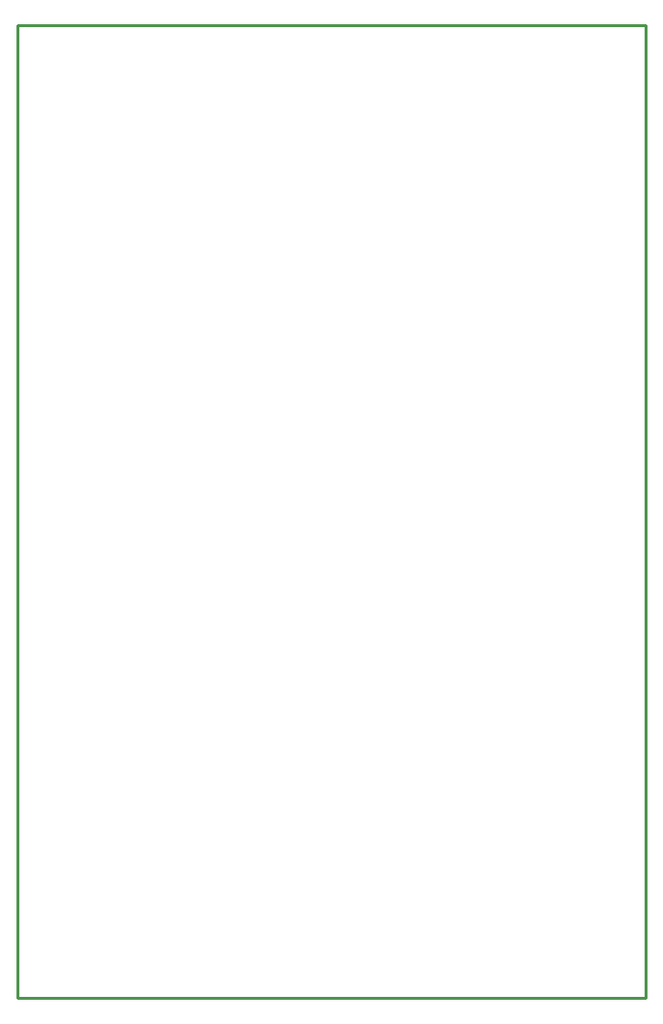
<source format=gbr>
%TF.GenerationSoftware,KiCad,Pcbnew,5.1.7-a382d34a8~87~ubuntu16.04.1*%
%TF.CreationDate,2020-11-12T13:34:28+07:00*%
%TF.ProjectId,sama5d27_som1_ek-sharp_ls0xx_lcd-adapter,73616d61-3564-4323-975f-736f6d315f65,rev?*%
%TF.SameCoordinates,Original*%
%TF.FileFunction,Profile,NP*%
%FSLAX46Y46*%
G04 Gerber Fmt 4.6, Leading zero omitted, Abs format (unit mm)*
G04 Created by KiCad (PCBNEW 5.1.7-a382d34a8~87~ubuntu16.04.1) date 2020-11-12 13:34:28*
%MOMM*%
%LPD*%
G01*
G04 APERTURE LIST*
%TA.AperFunction,Profile*%
%ADD10C,0.250000*%
%TD*%
G04 APERTURE END LIST*
D10*
X160000000Y-19000000D02*
X215000000Y-19000000D01*
X160000000Y-104000000D02*
X160000000Y-19000000D01*
X215000000Y-104000000D02*
X160000000Y-104000000D01*
X215000000Y-19000000D02*
X215000000Y-104000000D01*
M02*

</source>
